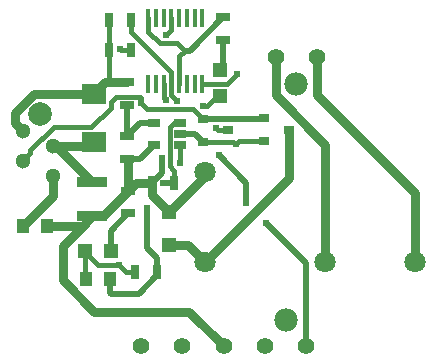
<source format=gbr>
G04 #@! TF.FileFunction,Copper,L1,Top,Signal*
%FSLAX46Y46*%
G04 Gerber Fmt 4.6, Leading zero omitted, Abs format (unit mm)*
G04 Created by KiCad (PCBNEW 4.0.7-e2-6376~58~ubuntu16.04.1) date Fri Apr  6 19:10:20 2018*
%MOMM*%
%LPD*%
G01*
G04 APERTURE LIST*
%ADD10C,0.100000*%
%ADD11R,0.700000X1.300000*%
%ADD12C,1.397000*%
%ADD13C,1.981000*%
%ADD14R,1.300000X0.700000*%
%ADD15R,0.900000X0.800000*%
%ADD16R,1.000000X1.250000*%
%ADD17C,1.800000*%
%ADD18R,2.500000X0.900000*%
%ADD19R,2.159000X1.778000*%
%ADD20R,1.200000X1.200000*%
%ADD21C,1.300000*%
%ADD22C,2.000000*%
%ADD23R,1.060000X0.650000*%
%ADD24R,0.350000X1.600000*%
%ADD25C,0.609600*%
%ADD26C,0.381000*%
%ADD27C,0.508000*%
%ADD28C,0.762000*%
G04 APERTURE END LIST*
D10*
D11*
X151127500Y-92824300D03*
X149227500Y-92824300D03*
D12*
X166870260Y-96019620D03*
X163370260Y-96019620D03*
D13*
X165120260Y-98249620D03*
D14*
X150898860Y-107332740D03*
X150898860Y-109232740D03*
X150771860Y-104584540D03*
X150771860Y-102684540D03*
X150807420Y-100043020D03*
X150807420Y-98143020D03*
D11*
X154795260Y-106641900D03*
X152895260Y-106641900D03*
D14*
X158940500Y-92636300D03*
X158940500Y-94536300D03*
D15*
X162391380Y-101180860D03*
X162391380Y-103080860D03*
X164491380Y-102130860D03*
D16*
X149306280Y-114741960D03*
X147306280Y-114741960D03*
D17*
X157416500Y-113317020D03*
X167576500Y-113317020D03*
X175196500Y-113317020D03*
X157416500Y-105697020D03*
D18*
X147835620Y-106568580D03*
X147835620Y-109468580D03*
D19*
X147980400Y-99098100D03*
X147980400Y-103162100D03*
D20*
X154348180Y-109087460D03*
X154348180Y-111887460D03*
D15*
X157240260Y-101241820D03*
X157240260Y-103141820D03*
X159340260Y-102191820D03*
D11*
X153344920Y-114170460D03*
X151444920Y-114170460D03*
X151127500Y-95364300D03*
X149227500Y-95364300D03*
D20*
X158663640Y-97121800D03*
X158663640Y-99321800D03*
X149397900Y-112448340D03*
X147197900Y-112448340D03*
D12*
X162463120Y-120462040D03*
X165963120Y-120462040D03*
D13*
X164213120Y-118232040D03*
D12*
X158963120Y-120462040D03*
X155463120Y-120462040D03*
X151963120Y-120462040D03*
D21*
X141945360Y-104749600D03*
X141945360Y-102209600D03*
X144485360Y-103479600D03*
X144485360Y-106019600D03*
D22*
X143445360Y-100809600D03*
D16*
X144007080Y-110271560D03*
X142007080Y-110271560D03*
D23*
X155272920Y-103433920D03*
X155272920Y-102483920D03*
X155272920Y-101533920D03*
X153072920Y-101533920D03*
X153072920Y-103433920D03*
D24*
X152604040Y-98258280D03*
X153254040Y-98258280D03*
X153904040Y-98258280D03*
X154554040Y-98258280D03*
X155204040Y-98258280D03*
X155854040Y-98258280D03*
X156504040Y-98258280D03*
X157154040Y-98258280D03*
X157154040Y-92658280D03*
X156504040Y-92658280D03*
X155854040Y-92658280D03*
X155204040Y-92658280D03*
X154554040Y-92658280D03*
X153904040Y-92658280D03*
X153254040Y-92658280D03*
X152604040Y-92658280D03*
D25*
X153868120Y-106674920D03*
X152516840Y-108732320D03*
X160116520Y-97403920D03*
X150147500Y-113604040D03*
X159974280Y-103342440D03*
X153751280Y-104495600D03*
X155666440Y-95443040D03*
X157236160Y-100136960D03*
X158287720Y-102026720D03*
X151993600Y-99872800D03*
X150180040Y-95305880D03*
X154096720Y-94147640D03*
X155034871Y-99691764D03*
X158556960Y-104322880D03*
X160903920Y-108386880D03*
X162570160Y-110073440D03*
X155254960Y-104947720D03*
X154086560Y-99659440D03*
D26*
X155272920Y-101533920D02*
X154750698Y-101533920D01*
X154750698Y-101533920D02*
X154400019Y-101884599D01*
X154400019Y-101884599D02*
X154400019Y-105215659D01*
X154400019Y-105215659D02*
X154795260Y-105610900D01*
X154795260Y-105610900D02*
X154795260Y-106641900D01*
D27*
X153868120Y-106674920D02*
X154762240Y-106674920D01*
X154762240Y-106674920D02*
X154795260Y-106641900D01*
X153344920Y-114170460D02*
X153344920Y-113012460D01*
X153344920Y-113012460D02*
X152516840Y-112184380D01*
X152516840Y-112184380D02*
X152516840Y-108732320D01*
X149306280Y-114741960D02*
X149306280Y-115874960D01*
X149306280Y-115874960D02*
X149443280Y-116011960D01*
X149443280Y-116011960D02*
X151803420Y-116011960D01*
X153344920Y-114470460D02*
X151803420Y-116011960D01*
X153344920Y-114170460D02*
X153344920Y-114470460D01*
D26*
X157154040Y-98258280D02*
X159262160Y-98258280D01*
X159262160Y-98258280D02*
X160116520Y-97403920D01*
X149227500Y-92524300D02*
X149227500Y-92824300D01*
D27*
X155272920Y-102483920D02*
X156582360Y-102483920D01*
X156582360Y-102483920D02*
X157240260Y-103141820D01*
D28*
X144485360Y-106019600D02*
X144485360Y-107793280D01*
X144485360Y-107793280D02*
X142007080Y-110271560D01*
X141945360Y-102209600D02*
X141295361Y-101559601D01*
X141295361Y-101559601D02*
X141295361Y-100690165D01*
X141295361Y-100690165D02*
X142887426Y-99098100D01*
X142887426Y-99098100D02*
X146138900Y-99098100D01*
X146138900Y-99098100D02*
X147980400Y-99098100D01*
D26*
X149227500Y-95364300D02*
X149227500Y-97851000D01*
X149227500Y-97851000D02*
X147980400Y-99098100D01*
X149227500Y-92824300D02*
X149227500Y-95364300D01*
X147850680Y-113101120D02*
X147197900Y-112448340D01*
X150147500Y-113604040D02*
X148353600Y-113604040D01*
X148353600Y-113604040D02*
X147850680Y-113101120D01*
X150713920Y-114170460D02*
X150147500Y-113604040D01*
X151444920Y-114170460D02*
X150713920Y-114170460D01*
X147197900Y-112448340D02*
X147197900Y-114633580D01*
X147197900Y-114633580D02*
X147306280Y-114741960D01*
X162391380Y-103080860D02*
X160235860Y-103080860D01*
X160235860Y-103080860D02*
X159974280Y-103342440D01*
X157240260Y-103141820D02*
X159773660Y-103141820D01*
X159773660Y-103141820D02*
X159974280Y-103342440D01*
X157301220Y-103080860D02*
X157240260Y-103141820D01*
D28*
X150807420Y-98143020D02*
X148935480Y-98143020D01*
X148935480Y-98143020D02*
X147980400Y-99098100D01*
X144485360Y-103479600D02*
X144746640Y-103479600D01*
X144746640Y-103479600D02*
X147835620Y-106568580D01*
X144485360Y-103479600D02*
X147662900Y-103479600D01*
X147662900Y-103479600D02*
X147980400Y-103162100D01*
X147754340Y-103388160D02*
X147980400Y-103162100D01*
X147835620Y-106568580D02*
X147508300Y-106568580D01*
D27*
X149397900Y-112448340D02*
X149397900Y-110733700D01*
X149397900Y-110733700D02*
X150898860Y-109232740D01*
X158940500Y-94536300D02*
X158940500Y-96570620D01*
X158940500Y-96570620D02*
X158483300Y-97027820D01*
X153751280Y-104495600D02*
X153751280Y-105785880D01*
X153751280Y-105785880D02*
X152895260Y-106641900D01*
D26*
X155204040Y-98258280D02*
X155204040Y-95905440D01*
X155204040Y-95905440D02*
X155666440Y-95443040D01*
X155666440Y-95443040D02*
X155054290Y-94830890D01*
X155054290Y-94830890D02*
X153595650Y-94830890D01*
X153595650Y-94830890D02*
X152604040Y-93839280D01*
X152604040Y-93839280D02*
X152604040Y-92658280D01*
D27*
X155666440Y-95443040D02*
X156133760Y-95443040D01*
X156133760Y-95443040D02*
X158940500Y-92636300D01*
X150771860Y-104584540D02*
X151922300Y-104584540D01*
X151922300Y-104584540D02*
X153072920Y-103433920D01*
X150771860Y-104584540D02*
X151772660Y-104584540D01*
D28*
X147032640Y-110271560D02*
X145338800Y-111965400D01*
X145338800Y-111965400D02*
X145338800Y-114859602D01*
X145338800Y-114859602D02*
X148025318Y-117546120D01*
X148025318Y-117546120D02*
X156047200Y-117546120D01*
X156047200Y-117546120D02*
X158963120Y-120462040D01*
X144007080Y-110271560D02*
X147032640Y-110271560D01*
X147032640Y-110271560D02*
X147835620Y-109468580D01*
X147835620Y-109468580D02*
X147035620Y-109468580D01*
X152895260Y-106641900D02*
X152895260Y-107634540D01*
X152895260Y-107634540D02*
X154348180Y-109087460D01*
X154348180Y-109087460D02*
X157416500Y-106019140D01*
X157416500Y-106019140D02*
X157416500Y-105697020D01*
X147835620Y-109468580D02*
X148763020Y-109468580D01*
X148763020Y-109468580D02*
X150898860Y-107332740D01*
X152895260Y-106641900D02*
X151589700Y-106641900D01*
X151589700Y-106641900D02*
X150898860Y-107332740D01*
X150898860Y-107332740D02*
X150898860Y-104711540D01*
X150898860Y-104711540D02*
X150771860Y-104584540D01*
X166870260Y-99174180D02*
X175196500Y-107500420D01*
X175196500Y-107500420D02*
X175196500Y-113317020D01*
X166870260Y-96019620D02*
X166870260Y-99174180D01*
X163370260Y-96019620D02*
X163370260Y-99199618D01*
X163370260Y-99199618D02*
X167576500Y-103405858D01*
X167576500Y-103405858D02*
X167576500Y-112044228D01*
X167576500Y-112044228D02*
X167576500Y-113317020D01*
X164491380Y-102130860D02*
X164491380Y-106242140D01*
X164491380Y-106242140D02*
X157416500Y-113317020D01*
X154348180Y-111887460D02*
X155986940Y-111887460D01*
X155986940Y-111887460D02*
X157416500Y-113317020D01*
D26*
X157236160Y-100136960D02*
X157574160Y-100136960D01*
X157574160Y-100136960D02*
X158483300Y-99227820D01*
X159340260Y-102191820D02*
X158452820Y-102191820D01*
X158452820Y-102191820D02*
X158287720Y-102026720D01*
X151993600Y-99872800D02*
X151993600Y-99441748D01*
X151993600Y-99441748D02*
X151901971Y-99350119D01*
X151901971Y-99350119D02*
X149883099Y-99350119D01*
X149883099Y-99350119D02*
X149402801Y-99830417D01*
X144565267Y-101930199D02*
X142595359Y-103900107D01*
X149402801Y-99830417D02*
X149402801Y-100261421D01*
X149402801Y-100261421D02*
X147734023Y-101930199D01*
X147734023Y-101930199D02*
X144565267Y-101930199D01*
X142595359Y-103900107D02*
X142595359Y-104099601D01*
X142595359Y-104099601D02*
X141945360Y-104749600D01*
X151993600Y-99872800D02*
X152499255Y-100378455D01*
X152499255Y-100378455D02*
X156376895Y-100378455D01*
X156376895Y-100378455D02*
X157240260Y-101241820D01*
X151127500Y-95364300D02*
X150238460Y-95364300D01*
X150238460Y-95364300D02*
X150180040Y-95305880D01*
X151069080Y-95305880D02*
X151127500Y-95364300D01*
X154554040Y-92658280D02*
X154554040Y-93690320D01*
X154554040Y-93690320D02*
X154096720Y-94147640D01*
D27*
X151140160Y-95376960D02*
X151127500Y-95364300D01*
X157240260Y-101241820D02*
X162330420Y-101241820D01*
X162330420Y-101241820D02*
X162391380Y-101180860D01*
X153072920Y-101533920D02*
X151922480Y-101533920D01*
X151922480Y-101533920D02*
X150771860Y-102684540D01*
X150807420Y-100043020D02*
X150807420Y-102648980D01*
X150807420Y-102648980D02*
X150771860Y-102684540D01*
D26*
X155034871Y-99691764D02*
X154554040Y-99210933D01*
X154554040Y-99210933D02*
X154554040Y-98258280D01*
X151127500Y-92824300D02*
X151127500Y-93855300D01*
X151127500Y-93855300D02*
X154554040Y-97281840D01*
X154554040Y-97281840D02*
X154554040Y-98258280D01*
D27*
X160903920Y-108386880D02*
X160903920Y-106669840D01*
X160903920Y-106669840D02*
X158556960Y-104322880D01*
X165963120Y-120462040D02*
X165963120Y-113466400D01*
X165963120Y-113466400D02*
X162570160Y-110073440D01*
D26*
X155254960Y-104947720D02*
X155254960Y-103451880D01*
X155254960Y-103451880D02*
X155272920Y-103433920D01*
X153904040Y-98258280D02*
X153904040Y-99476920D01*
X153904040Y-99476920D02*
X154086560Y-99659440D01*
M02*

</source>
